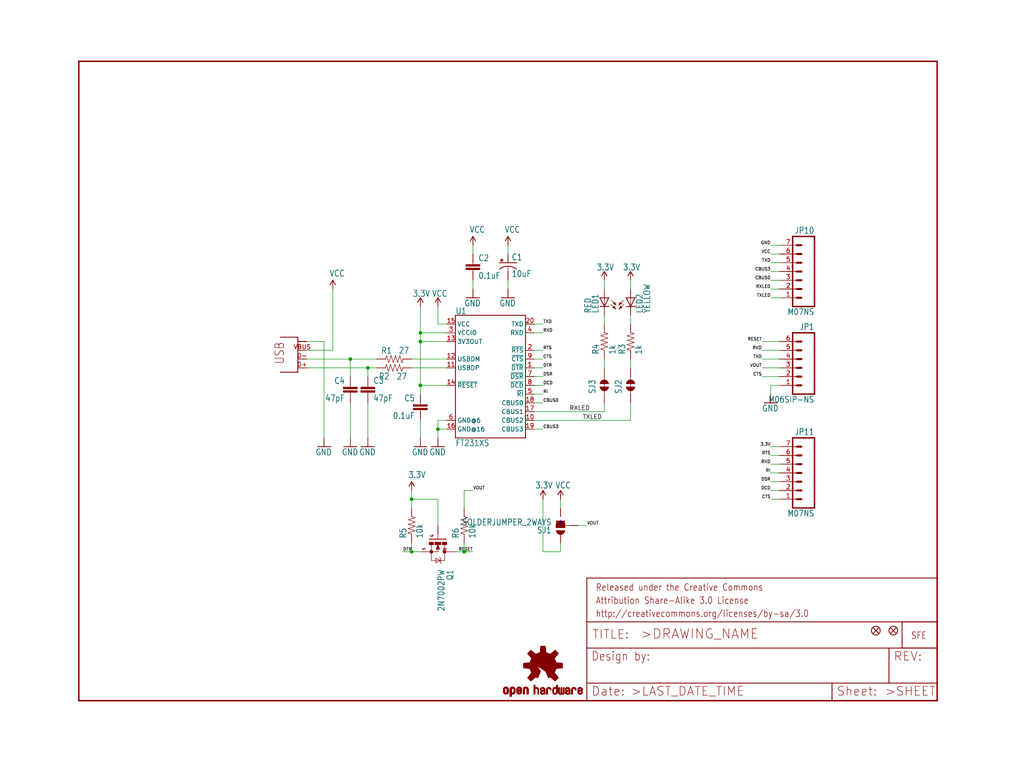
<source format=kicad_sch>
(kicad_sch (version 20211123) (generator eeschema)
  (paper "User" 297.002 223.926)
  (lib_symbols
    (symbol "eagleSchem-eagle-import:3.3V" (power)
      (property "Value" "3.3V" (at -1.016 3.556 0))
      (symbol "3.3V_1_0"
        (pin power_in line (at 0 0 90) (length 2.54) (name "3.3V") (number "1"))
      )
    )
    (symbol "eagleSchem-eagle-import:CAP0402-CAP"
      (property "Reference" "C" (at 1.524 2.921 0))
      (property "Value" "CAP0402-CAP" (at 1.524 -2.159 0))
      (symbol "CAP0402-CAP_1_0"
        (pin passive line (at 0 5.08 270) (length 2.54) (name "1") (number "1"))
        (pin passive line (at 0 -2.54 90) (length 2.54) (name "2") (number "2"))
      )
    )
    (symbol "eagleSchem-eagle-import:CAP_POL1206"
      (property "Reference" "C" (at 1.016 0.635 0))
      (property "Value" "CAP_POL1206" (at 1.016 -4.191 0))
      (symbol "CAP_POL1206_1_0"
        (pin passive line (at 0 2.54 270) (length 2.54) (name "+") (number "A"))
        (pin passive line (at 0 -5.08 90) (length 2.54) (name "-") (number "C"))
      )
    )
    (symbol "eagleSchem-eagle-import:FIDUCIALUFIDUCIAL")
    (symbol "eagleSchem-eagle-import:FRAME-LETTER"
      (symbol "FRAME-LETTER_2_0"
        (text ">DRAWING_NAME" (at 15.494 17.78 0) (effects (font (size 2.7432 2.7432)) (justify left bottom)))
        (text ">LAST_DATE_TIME" (at 12.7 1.27 0) (effects (font (size 2.54 2.54)) (justify left bottom)))
        (text ">SHEET" (at 86.36 1.27 0) (effects (font (size 2.54 2.54)) (justify left bottom)))
        (text "Attribution Share-Alike 3.0 License" (at 2.54 27.94 0) (effects (font (size 1.9304 1.6408)) (justify left bottom)))
        (text "Date:" (at 1.27 1.27 0) (effects (font (size 2.54 2.54)) (justify left bottom)))
        (text "Design by:" (at 1.27 11.43 0) (effects (font (size 2.54 2.159)) (justify left bottom)))
        (text "http://creativecommons.org/licenses/by-sa/3.0" (at 2.54 24.13 0) (effects (font (size 1.9304 1.6408)) (justify left bottom)))
        (text "Released under the Creative Commons" (at 2.54 31.75 0) (effects (font (size 1.9304 1.6408)) (justify left bottom)))
        (text "REV:" (at 88.9 11.43 0) (effects (font (size 2.54 2.54)) (justify left bottom)))
        (text "Sheet:" (at 72.39 1.27 0) (effects (font (size 2.54 2.54)) (justify left bottom)))
        (text "TITLE:" (at 1.524 17.78 0) (effects (font (size 2.54 2.54)) (justify left bottom)))
      )
    )
    (symbol "eagleSchem-eagle-import:FT231XS"
      (property "Reference" "U" (at -10.16 18.034 0))
      (property "Value" "FT231XS" (at -10.16 -18.288 0))
      (symbol "FT231XS_1_0"
        (pin bidirectional line (at 12.7 2.54 180) (length 2.54) (name "~{DTR}") (number "1"))
        (pin bidirectional line (at 12.7 -12.7 180) (length 2.54) (name "CBUS2") (number "10"))
        (pin bidirectional line (at -12.7 2.54 0) (length 2.54) (name "USBDP") (number "11"))
        (pin bidirectional line (at -12.7 5.08 0) (length 2.54) (name "USBDM") (number "12"))
        (pin bidirectional line (at -12.7 10.16 0) (length 2.54) (name "3V3OUT") (number "13"))
        (pin bidirectional line (at -12.7 -2.54 0) (length 2.54) (name "~{RESET}") (number "14"))
        (pin bidirectional line (at -12.7 15.24 0) (length 2.54) (name "VCC") (number "15"))
        (pin bidirectional line (at -12.7 -15.24 0) (length 2.54) (name "GND@16") (number "16"))
        (pin bidirectional line (at 12.7 -10.16 180) (length 2.54) (name "CBUS1") (number "17"))
        (pin bidirectional line (at 12.7 -7.62 180) (length 2.54) (name "CBUS0") (number "18"))
        (pin bidirectional line (at 12.7 -15.24 180) (length 2.54) (name "CBUS3") (number "19"))
        (pin bidirectional line (at 12.7 7.62 180) (length 2.54) (name "~{RTS}") (number "2"))
        (pin bidirectional line (at 12.7 15.24 180) (length 2.54) (name "TXD") (number "20"))
        (pin bidirectional line (at -12.7 12.7 0) (length 2.54) (name "VCCIO") (number "3"))
        (pin bidirectional line (at 12.7 12.7 180) (length 2.54) (name "RXD") (number "4"))
        (pin bidirectional line (at 12.7 -5.08 180) (length 2.54) (name "~{RI}") (number "5"))
        (pin bidirectional line (at -12.7 -12.7 0) (length 2.54) (name "GND@6") (number "6"))
        (pin bidirectional line (at 12.7 0 180) (length 2.54) (name "~{DSR}") (number "7"))
        (pin bidirectional line (at 12.7 -2.54 180) (length 2.54) (name "~{DCD}") (number "8"))
        (pin bidirectional line (at 12.7 5.08 180) (length 2.54) (name "~{CTS}") (number "9"))
      )
    )
    (symbol "eagleSchem-eagle-import:GND" (power)
      (property "Value" "GND" (at -2.54 -2.54 0))
      (symbol "GND_1_0"
        (pin power_in line (at 0 2.54 270) (length 2.54) (name "GND") (number "1"))
      )
    )
    (symbol "eagleSchem-eagle-import:LED0603"
      (property "Reference" "LED" (at 3.556 -4.572 90))
      (property "Value" "LED0603" (at 5.715 -4.572 90))
      (symbol "LED0603_1_0"
        (pin passive line (at 0 2.54 270) (length 2.54) (name "A") (number "A"))
        (pin passive line (at 0 -5.08 90) (length 2.54) (name "C") (number "C"))
      )
    )
    (symbol "eagleSchem-eagle-import:LOGO-SFENW2"
      (symbol "LOGO-SFENW2_1_0"
        (text "SFE" (at 0 0 0) (effects (font (size 1.9304 1.6408)) (justify left bottom)))
      )
    )
    (symbol "eagleSchem-eagle-import:M06SIP-NS"
      (property "Reference" "JP" (at -5.08 10.922 0))
      (property "Value" "M06SIP-NS" (at -5.08 -10.16 0))
      (symbol "M06SIP-NS_1_0"
        (pin passive line (at 5.08 -5.08 180) (length 5.08) (name "1") (number "1"))
        (pin passive line (at 5.08 -2.54 180) (length 5.08) (name "2") (number "2"))
        (pin passive line (at 5.08 0 180) (length 5.08) (name "3") (number "3"))
        (pin passive line (at 5.08 2.54 180) (length 5.08) (name "4") (number "4"))
        (pin passive line (at 5.08 5.08 180) (length 5.08) (name "5") (number "5"))
        (pin passive line (at 5.08 7.62 180) (length 5.08) (name "6") (number "6"))
      )
    )
    (symbol "eagleSchem-eagle-import:M07NS"
      (property "Reference" "JP" (at -5.08 13.462 0))
      (property "Value" "M07NS" (at -5.08 -10.16 0))
      (symbol "M07NS_1_0"
        (pin passive line (at 5.08 -5.08 180) (length 5.08) (name "1") (number "1"))
        (pin passive line (at 5.08 -2.54 180) (length 5.08) (name "2") (number "2"))
        (pin passive line (at 5.08 0 180) (length 5.08) (name "3") (number "3"))
        (pin passive line (at 5.08 2.54 180) (length 5.08) (name "4") (number "4"))
        (pin passive line (at 5.08 5.08 180) (length 5.08) (name "5") (number "5"))
        (pin passive line (at 5.08 7.62 180) (length 5.08) (name "6") (number "6"))
        (pin passive line (at 5.08 10.16 180) (length 5.08) (name "7") (number "7"))
      )
    )
    (symbol "eagleSchem-eagle-import:MOSFET-NCHANNELSOT323"
      (property "Reference" "Q" (at 5.08 2.54 0))
      (property "Value" "MOSFET-NCHANNELSOT323" (at 5.08 0 0))
      (symbol "MOSFET-NCHANNELSOT323_1_0"
        (text "D" (at -1.27 2.54 0) (effects (font (size 0.8128 0.6908)) (justify left bottom)))
        (text "G" (at -5.08 -1.27 0) (effects (font (size 0.8128 0.6908)) (justify left bottom)))
        (text "S" (at -1.27 -3.556 0) (effects (font (size 0.8128 0.6908)) (justify left bottom)))
        (pin passive line (at -7.62 0 0) (length 2.54) (name "G") (number "1"))
        (pin passive line (at 0 -5.08 90) (length 2.54) (name "S") (number "2"))
        (pin passive line (at 0 5.08 270) (length 2.54) (name "D") (number "3"))
      )
    )
    (symbol "eagleSchem-eagle-import:OSHW-LOGOS")
    (symbol "eagleSchem-eagle-import:RESISTOR0402-RES"
      (property "Reference" "R" (at -3.81 1.4986 0))
      (property "Value" "RESISTOR0402-RES" (at -3.81 -3.302 0))
      (symbol "RESISTOR0402-RES_1_0"
        (pin passive line (at -5.08 0 0) (length 2.54) (name "1") (number "1"))
        (pin passive line (at 5.08 0 180) (length 2.54) (name "2") (number "2"))
      )
    )
    (symbol "eagleSchem-eagle-import:SOLDERJUMPERTRACE"
      (property "Reference" "SJ" (at -2.54 2.54 0))
      (property "Value" "SOLDERJUMPERTRACE" (at -2.54 -5.08 0))
      (symbol "SOLDERJUMPERTRACE_1_0"
        (pin passive line (at -5.08 0 0) (length 2.54) (name "1") (number "1"))
        (pin passive line (at 5.08 0 180) (length 2.54) (name "2") (number "2"))
      )
    )
    (symbol "eagleSchem-eagle-import:SOLDERJUMPER_2WAYS"
      (property "Reference" "SJ" (at 2.54 0.381 0))
      (property "Value" "SOLDERJUMPER_2WAYS" (at 2.54 -1.905 0))
      (symbol "SOLDERJUMPER_2WAYS_1_0"
        (pin passive line (at 0 5.08 270) (length 2.54) (name "1") (number "1"))
        (pin passive line (at -5.08 0 0) (length 2.54) (name "2") (number "2"))
        (pin passive line (at 0 -5.08 90) (length 2.54) (name "3") (number "3"))
      )
    )
    (symbol "eagleSchem-eagle-import:USB-MICROB"
      (symbol "USB-MICROB_1_0"
        (text "USB" (at 3.81 0 900) (effects (font (size 2.54 2.159)) (justify left bottom)))
        (pin bidirectional line (at -2.54 7.62 0) (length 2.54) (name "D+") (number "D+"))
        (pin bidirectional line (at -2.54 5.08 0) (length 2.54) (name "D-") (number "D-"))
        (pin bidirectional line (at -2.54 0 0) (length 2.54) (name "GND") (number "GND"))
        (pin bidirectional line (at -2.54 0 0) (length 2.54) (name "GND") (number "MT1"))
        (pin bidirectional line (at -2.54 0 0) (length 2.54) (name "GND") (number "MT2"))
        (pin bidirectional line (at -2.54 2.54 0) (length 2.54) (name "VBUS") (number "VBUS"))
      )
    )
    (symbol "eagleSchem-eagle-import:VCC" (power)
      (property "Value" "VCC" (at -1.016 3.556 0))
      (symbol "VCC_1_0"
        (pin power_in line (at 0 0 90) (length 2.54) (name "VCC") (number "1"))
      )
    )
  )
  (junction (at 134.62 160.02))
  (junction (at 121.92 96.52))
  (junction (at 119.38 160.02))
  (junction (at 106.68 106.68))
  (junction (at 119.38 144.78))
  (junction (at 127 124.46))
  (junction (at 121.92 99.06))
  (junction (at 121.92 111.76))
  (junction (at 101.6 104.14))
  (wire (pts (xy 106.68 106.68) (xy 88.9 106.68)))
  (wire (pts (xy 129.54 106.68) (xy 119.38 106.68)))
  (wire (pts (xy 154.94 96.52) (xy 157.48 96.52)))
  (wire (pts (xy 121.92 111.76) (xy 121.92 114.3)))
  (wire (pts (xy 129.54 99.06) (xy 121.92 99.06)))
  (wire (pts (xy 119.38 160.02) (xy 116.84 160.02)))
  (wire (pts (xy 226.06 106.68) (xy 220.98 106.68)))
  (wire (pts (xy 88.9 99.06) (xy 93.98 99.06)))
  (wire (pts (xy 154.94 93.98) (xy 157.48 93.98)))
  (wire (pts (xy 182.88 81.28) (xy 182.88 83.82)))
  (wire (pts (xy 101.6 127) (xy 101.6 116.84)))
  (wire (pts (xy 167.64 152.4) (xy 170.18 152.4)))
  (wire (pts (xy 226.06 83.82) (xy 223.52 83.82)))
  (wire (pts (xy 175.26 106.68) (xy 175.26 104.14)))
  (wire (pts (xy 154.94 104.14) (xy 157.48 104.14)))
  (wire (pts (xy 154.94 116.84) (xy 157.48 116.84)))
  (wire (pts (xy 127 121.92) (xy 127 124.46)))
  (wire (pts (xy 137.16 81.28) (xy 137.16 83.82)))
  (wire (pts (xy 162.56 144.78) (xy 162.56 147.32)))
  (wire (pts (xy 226.06 139.7) (xy 223.52 139.7)))
  (wire (pts (xy 226.06 76.2) (xy 223.52 76.2)))
  (wire (pts (xy 134.62 142.24) (xy 134.62 147.32)))
  (wire (pts (xy 154.94 109.22) (xy 157.48 109.22)))
  (wire (pts (xy 154.94 114.3) (xy 157.48 114.3)))
  (wire (pts (xy 109.22 106.68) (xy 106.68 106.68)))
  (wire (pts (xy 223.52 111.76) (xy 223.52 114.3)))
  (wire (pts (xy 162.56 160.02) (xy 157.48 160.02)))
  (wire (pts (xy 121.92 160.02) (xy 119.38 160.02)))
  (wire (pts (xy 226.06 78.74) (xy 223.52 78.74)))
  (wire (pts (xy 226.06 99.06) (xy 220.98 99.06)))
  (wire (pts (xy 226.06 104.14) (xy 220.98 104.14)))
  (wire (pts (xy 182.88 91.44) (xy 182.88 93.98)))
  (wire (pts (xy 106.68 127) (xy 106.68 116.84)))
  (polyline (pts (xy 182.88 112.522) (xy 182.88 110.998)))
  (wire (pts (xy 121.92 99.06) (xy 121.92 111.76)))
  (wire (pts (xy 134.62 142.24) (xy 137.16 142.24)))
  (wire (pts (xy 101.6 104.14) (xy 101.6 109.22)))
  (wire (pts (xy 129.54 93.98) (xy 127 93.98)))
  (wire (pts (xy 226.06 134.62) (xy 223.52 134.62)))
  (wire (pts (xy 129.54 96.52) (xy 121.92 96.52)))
  (wire (pts (xy 106.68 106.68) (xy 106.68 109.22)))
  (wire (pts (xy 175.26 81.28) (xy 175.26 83.82)))
  (wire (pts (xy 127 152.4) (xy 127 144.78)))
  (wire (pts (xy 96.52 101.6) (xy 96.52 83.82)))
  (wire (pts (xy 147.32 83.82) (xy 147.32 81.28)))
  (wire (pts (xy 226.06 129.54) (xy 223.52 129.54)))
  (wire (pts (xy 129.54 124.46) (xy 127 124.46)))
  (wire (pts (xy 226.06 144.78) (xy 223.52 144.78)))
  (wire (pts (xy 175.26 91.44) (xy 175.26 93.98)))
  (wire (pts (xy 134.62 160.02) (xy 137.16 160.02)))
  (wire (pts (xy 226.06 71.12) (xy 223.52 71.12)))
  (wire (pts (xy 226.06 132.08) (xy 223.52 132.08)))
  (wire (pts (xy 127 144.78) (xy 119.38 144.78)))
  (wire (pts (xy 121.92 96.52) (xy 121.92 88.9)))
  (wire (pts (xy 162.56 157.48) (xy 162.56 160.02)))
  (wire (pts (xy 226.06 142.24) (xy 223.52 142.24)))
  (wire (pts (xy 226.06 73.66) (xy 223.52 73.66)))
  (wire (pts (xy 182.88 121.92) (xy 182.88 116.84)))
  (wire (pts (xy 129.54 121.92) (xy 127 121.92)))
  (polyline (pts (xy 175.26 112.522) (xy 175.26 110.998)))
  (polyline (pts (xy 162.56 152.4) (xy 162.56 150.622)))
  (wire (pts (xy 88.9 101.6) (xy 96.52 101.6)))
  (wire (pts (xy 101.6 104.14) (xy 88.9 104.14)))
  (wire (pts (xy 109.22 104.14) (xy 101.6 104.14)))
  (wire (pts (xy 182.88 104.14) (xy 182.88 106.68)))
  (wire (pts (xy 129.54 111.76) (xy 121.92 111.76)))
  (wire (pts (xy 137.16 71.12) (xy 137.16 73.66)))
  (wire (pts (xy 129.54 104.14) (xy 119.38 104.14)))
  (wire (pts (xy 157.48 160.02) (xy 157.48 144.78)))
  (wire (pts (xy 154.94 121.92) (xy 182.88 121.92)))
  (wire (pts (xy 132.08 160.02) (xy 134.62 160.02)))
  (wire (pts (xy 175.26 119.38) (xy 175.26 116.84)))
  (wire (pts (xy 226.06 109.22) (xy 220.98 109.22)))
  (wire (pts (xy 119.38 144.78) (xy 119.38 147.32)))
  (wire (pts (xy 226.06 111.76) (xy 223.52 111.76)))
  (wire (pts (xy 154.94 124.46) (xy 157.48 124.46)))
  (wire (pts (xy 119.38 142.24) (xy 119.38 144.78)))
  (wire (pts (xy 154.94 111.76) (xy 157.48 111.76)))
  (wire (pts (xy 147.32 73.66) (xy 147.32 71.12)))
  (wire (pts (xy 226.06 101.6) (xy 220.98 101.6)))
  (wire (pts (xy 154.94 119.38) (xy 175.26 119.38)))
  (wire (pts (xy 121.92 127) (xy 121.92 121.92)))
  (wire (pts (xy 226.06 81.28) (xy 223.52 81.28)))
  (wire (pts (xy 134.62 160.02) (xy 134.62 157.48)))
  (wire (pts (xy 127 124.46) (xy 127 127)))
  (wire (pts (xy 119.38 160.02) (xy 119.38 157.48)))
  (wire (pts (xy 93.98 99.06) (xy 93.98 127)))
  (wire (pts (xy 226.06 86.36) (xy 223.52 86.36)))
  (wire (pts (xy 226.06 137.16) (xy 223.52 137.16)))
  (wire (pts (xy 127 93.98) (xy 127 88.9)))
  (wire (pts (xy 121.92 96.52) (xy 121.92 99.06)))
  (wire (pts (xy 154.94 106.68) (xy 157.48 106.68)))
  (wire (pts (xy 154.94 101.6) (xy 157.48 101.6)))
  (label "RI" (at 223.52 137.16 180) (effects (font (size 0.889 0.889))))
  (label "CBUS3" (at 157.48 124.46 0) (effects (font (size 0.889 0.889))))
  (label "DSR" (at 223.52 139.7 180) (effects (font (size 0.889 0.889))))
  (label "TXD" (at 157.48 93.98 0) (effects (font (size 0.889 0.889))))
  (label "RI" (at 157.48 114.3 0) (effects (font (size 0.889 0.889))))
  (label "RXD" (at 157.48 96.52 0) (effects (font (size 0.889 0.889))))
  (label "DTR" (at 116.84 160.02 0) (effects (font (size 0.889 0.889))))
  (label "VOUT" (at 220.98 106.68 180) (effects (font (size 0.889 0.889))))
  (label "CTS" (at 220.98 109.22 180) (effects (font (size 0.889 0.889))))
  (label "RTS" (at 157.48 101.6 0) (effects (font (size 0.889 0.889))))
  (label "CTS" (at 223.52 144.78 180) (effects (font (size 0.889 0.889))))
  (label "RESET" (at 220.98 99.06 180) (effects (font (size 0.889 0.889))))
  (label "RTS" (at 223.52 132.08 180) (effects (font (size 0.889 0.889))))
  (label "RXD" (at 223.52 134.62 180) (effects (font (size 0.889 0.889))))
  (label "TXD" (at 220.98 104.14 180) (effects (font (size 0.889 0.889))))
  (label "CBUS0" (at 223.52 81.28 180) (effects (font (size 0.889 0.889))))
  (label "RXD" (at 220.98 101.6 180) (effects (font (size 0.889 0.889))))
  (label "RXLED" (at 223.52 83.82 180) (effects (font (size 0.889 0.889))))
  (label "DCD" (at 223.52 142.24 180) (effects (font (size 0.889 0.889))))
  (label "VCC" (at 223.52 73.66 180) (effects (font (size 0.889 0.889))))
  (label "3.3V" (at 223.52 129.54 180) (effects (font (size 0.889 0.889))))
  (label "TXLED" (at 168.91 121.92 0) (effects (font (size 1.2446 1.2446))))
  (label "GND" (at 223.52 71.12 180) (effects (font (size 0.889 0.889))))
  (label "DTR" (at 157.48 106.68 0) (effects (font (size 0.889 0.889))))
  (label "VOUT" (at 170.18 152.4 0) (effects (font (size 0.889 0.889))))
  (label "CBUS0" (at 157.48 116.84 0) (effects (font (size 0.889 0.889))))
  (label "CBUS3" (at 223.52 78.74 180) (effects (font (size 0.889 0.889))))
  (label "RXLED" (at 165.1 119.38 0) (effects (font (size 1.2446 1.2446))))
  (label "RESET" (at 137.16 160.02 180) (effects (font (size 0.889 0.889))))
  (label "DCD" (at 157.48 111.76 0) (effects (font (size 0.889 0.889))))
  (label "DSR" (at 157.48 109.22 0) (effects (font (size 0.889 0.889))))
  (label "CTS" (at 157.48 104.14 0) (effects (font (size 0.889 0.889))))
  (label "TXLED" (at 223.52 86.36 180) (effects (font (size 0.889 0.889))))
  (label "VOUT" (at 137.16 142.24 0) (effects (font (size 0.889 0.889))))
  (label "TXD" (at 223.52 76.2 180) (effects (font (size 0.889 0.889))))
  (symbol (lib_id "eagleSchem-eagle-import:GND") (at 223.52 116.84 0) (unit 1)
    (property "Reference" "#GND8" (effects hide))
    (property "Value" "GND" (at 220.98 119.38 0) (effects (font (size 1.778 1.5113)) (justify left bottom)))
    (property "Footprint" "eagleSchem:" (effects hide))
  )
  (symbol (lib_id "eagleSchem-eagle-import:GND") (at 106.68 129.54 0) (unit 1)
    (property "Reference" "#GND2" (effects hide))
    (property "Value" "GND" (at 104.14 132.08 0) (effects (font (size 1.778 1.5113)) (justify left bottom)))
    (property "Footprint" "eagleSchem:" (effects hide))
  )
  (symbol (lib_id "eagleSchem-eagle-import:USB-MICROB") (at 86.36 99.06 180) (unit 1)
    (property "Reference" "X1" (effects hide))
    (property "Value" "USB-MICROB" (effects hide))
    (property "Footprint" "eagleSchem:USB-MICROB" (effects hide))
  )
  (symbol (lib_id "eagleSchem-eagle-import:VCC") (at 147.32 71.12 0) (unit 1)
    (property "Reference" "#P+4" (effects hide))
    (property "Value" "VCC" (at 146.304 67.564 0) (effects (font (size 1.778 1.5113)) (justify left bottom)))
    (property "Footprint" "eagleSchem:" (effects hide))
  )
  (symbol (lib_id "eagleSchem-eagle-import:3.3V") (at 121.92 88.9 0) (unit 1)
    (property "Reference" "#P+5" (effects hide))
    (property "Value" "3.3V" (at 119.634 86.106 0) (effects (font (size 1.778 1.5113)) (justify left bottom)))
    (property "Footprint" "eagleSchem:" (effects hide))
  )
  (symbol (lib_id "eagleSchem-eagle-import:GND") (at 101.6 129.54 0) (unit 1)
    (property "Reference" "#GND1" (effects hide))
    (property "Value" "GND" (at 99.06 132.08 0) (effects (font (size 1.778 1.5113)) (justify left bottom)))
    (property "Footprint" "eagleSchem:" (effects hide))
  )
  (symbol (lib_id "eagleSchem-eagle-import:VCC") (at 137.16 71.12 0) (unit 1)
    (property "Reference" "#P+3" (effects hide))
    (property "Value" "VCC" (at 136.144 67.564 0) (effects (font (size 1.778 1.5113)) (justify left bottom)))
    (property "Footprint" "eagleSchem:" (effects hide))
  )
  (symbol (lib_id "eagleSchem-eagle-import:RESISTOR0402-RES") (at 119.38 152.4 90) (unit 1)
    (property "Reference" "R5" (at 117.8814 156.21 0) (effects (font (size 1.778 1.5113)) (justify left bottom)))
    (property "Value" "10k" (at 122.682 156.21 0) (effects (font (size 1.778 1.5113)) (justify left bottom)))
    (property "Footprint" "eagleSchem:0402-RES" (effects hide))
  )
  (symbol (lib_id "eagleSchem-eagle-import:MOSFET-NCHANNELSOT323") (at 127 160.02 270) (unit 1)
    (property "Reference" "Q1" (at 129.54 165.1 0) (effects (font (size 1.778 1.5113)) (justify left bottom)))
    (property "Value" "2N7002PW" (at 127 165.1 0) (effects (font (size 1.778 1.5113)) (justify left bottom)))
    (property "Footprint" "eagleSchem:SOT323" (effects hide))
  )
  (symbol (lib_id "eagleSchem-eagle-import:CAP0402-CAP") (at 101.6 114.3 0) (mirror y) (unit 1)
    (property "Reference" "C4" (at 100.076 111.379 0) (effects (font (size 1.778 1.5113)) (justify left bottom)))
    (property "Value" "47pF" (at 100.076 116.459 0) (effects (font (size 1.778 1.5113)) (justify left bottom)))
    (property "Footprint" "eagleSchem:0402-CAP" (effects hide))
  )
  (symbol (lib_id "eagleSchem-eagle-import:VCC") (at 162.56 144.78 0) (unit 1)
    (property "Reference" "#P+6" (effects hide))
    (property "Value" "VCC" (at 161.036 141.732 0) (effects (font (size 1.778 1.5113)) (justify left bottom)))
    (property "Footprint" "eagleSchem:" (effects hide))
  )
  (symbol (lib_id "eagleSchem-eagle-import:3.3V") (at 157.48 144.78 0) (unit 1)
    (property "Reference" "#P+7" (effects hide))
    (property "Value" "3.3V" (at 155.194 141.732 0) (effects (font (size 1.778 1.5113)) (justify left bottom)))
    (property "Footprint" "eagleSchem:" (effects hide))
  )
  (symbol (lib_id "eagleSchem-eagle-import:LED0603") (at 175.26 86.36 0) (mirror y) (unit 1)
    (property "Reference" "LED1" (at 171.704 90.932 90) (effects (font (size 1.778 1.5113)) (justify left bottom)))
    (property "Value" "RED" (at 169.545 90.932 90) (effects (font (size 1.778 1.5113)) (justify left bottom)))
    (property "Footprint" "eagleSchem:LED-0603" (effects hide))
  )
  (symbol (lib_id "eagleSchem-eagle-import:3.3V") (at 119.38 142.24 0) (unit 1)
    (property "Reference" "#P+10" (effects hide))
    (property "Value" "3.3V" (at 118.364 138.684 0) (effects (font (size 1.778 1.5113)) (justify left bottom)))
    (property "Footprint" "eagleSchem:" (effects hide))
  )
  (symbol (lib_id "eagleSchem-eagle-import:FT231XS") (at 142.24 109.22 0) (unit 1)
    (property "Reference" "U1" (at 132.08 91.186 0) (effects (font (size 1.778 1.5113)) (justify left bottom)))
    (property "Value" "FT231XS" (at 132.08 127.508 0) (effects (font (size 1.778 1.5113)) (justify left top)))
    (property "Footprint" "eagleSchem:SSOP20_L" (effects hide))
  )
  (symbol (lib_id "eagleSchem-eagle-import:SOLDERJUMPER_2WAYS") (at 162.56 152.4 180) (unit 1)
    (property "Reference" "SJ1" (at 160.02 152.781 0) (effects (font (size 1.778 1.5113)) (justify left bottom)))
    (property "Value" "SOLDERJUMPER_2WAYS" (at 160.02 150.495 0) (effects (font (size 1.778 1.5113)) (justify left bottom)))
    (property "Footprint" "eagleSchem:SJ_3" (effects hide))
  )
  (symbol (lib_id "eagleSchem-eagle-import:RESISTOR0402-RES") (at 114.3 106.68 180) (unit 1)
    (property "Reference" "R2" (at 113.03 108.1786 0) (effects (font (size 1.778 1.5113)) (justify left bottom)))
    (property "Value" "27" (at 118.11 108.204 0) (effects (font (size 1.778 1.5113)) (justify left bottom)))
    (property "Footprint" "eagleSchem:0402-RES" (effects hide))
  )
  (symbol (lib_id "eagleSchem-eagle-import:RESISTOR0402-RES") (at 175.26 99.06 90) (unit 1)
    (property "Reference" "R4" (at 173.7614 102.87 0) (effects (font (size 1.778 1.5113)) (justify left bottom)))
    (property "Value" "1k" (at 178.562 102.87 0) (effects (font (size 1.778 1.5113)) (justify left bottom)))
    (property "Footprint" "eagleSchem:0402-RES" (effects hide))
  )
  (symbol (lib_id "eagleSchem-eagle-import:CAP0402-CAP") (at 121.92 119.38 0) (mirror y) (unit 1)
    (property "Reference" "C5" (at 120.396 116.459 0) (effects (font (size 1.778 1.5113)) (justify left bottom)))
    (property "Value" "0.1uF" (at 120.396 121.539 0) (effects (font (size 1.778 1.5113)) (justify left bottom)))
    (property "Footprint" "eagleSchem:0402-CAP" (effects hide))
  )
  (symbol (lib_id "eagleSchem-eagle-import:GND") (at 137.16 86.36 0) (unit 1)
    (property "Reference" "#GND6" (effects hide))
    (property "Value" "GND" (at 134.62 88.9 0) (effects (font (size 1.778 1.5113)) (justify left bottom)))
    (property "Footprint" "eagleSchem:" (effects hide))
  )
  (symbol (lib_id "eagleSchem-eagle-import:VCC") (at 96.52 83.82 0) (unit 1)
    (property "Reference" "#P+1" (effects hide))
    (property "Value" "VCC" (at 95.504 80.264 0) (effects (font (size 1.778 1.5113)) (justify left bottom)))
    (property "Footprint" "eagleSchem:" (effects hide))
  )
  (symbol (lib_id "eagleSchem-eagle-import:RESISTOR0402-RES") (at 134.62 152.4 90) (unit 1)
    (property "Reference" "R6" (at 133.1214 156.21 0) (effects (font (size 1.778 1.5113)) (justify left bottom)))
    (property "Value" "10k" (at 137.922 156.21 0) (effects (font (size 1.778 1.5113)) (justify left bottom)))
    (property "Footprint" "eagleSchem:0402-RES" (effects hide))
  )
  (symbol (lib_id "eagleSchem-eagle-import:CAP_POL1206") (at 147.32 76.2 0) (unit 1)
    (property "Reference" "C1" (at 148.336 75.565 0) (effects (font (size 1.778 1.5113)) (justify left bottom)))
    (property "Value" "10uF" (at 148.336 80.391 0) (effects (font (size 1.778 1.5113)) (justify left bottom)))
    (property "Footprint" "eagleSchem:EIA3216" (effects hide))
  )
  (symbol (lib_id "eagleSchem-eagle-import:FIDUCIALUFIDUCIAL") (at 259.08 182.88 0) (unit 1)
    (property "Reference" "JP3" (effects hide))
    (property "Value" "FIDUCIALUFIDUCIAL" (effects hide))
    (property "Footprint" "eagleSchem:MICRO-FIDUCIAL" (effects hide))
  )
  (symbol (lib_id "eagleSchem-eagle-import:GND") (at 93.98 129.54 0) (unit 1)
    (property "Reference" "#GND4" (effects hide))
    (property "Value" "GND" (at 91.44 132.08 0) (effects (font (size 1.778 1.5113)) (justify left bottom)))
    (property "Footprint" "eagleSchem:" (effects hide))
  )
  (symbol (lib_id "eagleSchem-eagle-import:FRAME-LETTER") (at 170.18 203.2 0) (unit 2)
    (property "Reference" "FRAME1" (effects hide))
    (property "Value" "FRAME-LETTER" (effects hide))
    (property "Footprint" "eagleSchem:CREATIVE_COMMONS" (effects hide))
  )
  (symbol (lib_id "eagleSchem-eagle-import:M07NS") (at 231.14 139.7 0) (mirror y) (unit 1)
    (property "Reference" "JP11" (at 236.22 126.238 0) (effects (font (size 1.778 1.5113)) (justify left bottom)))
    (property "Value" "M07NS" (at 236.22 149.86 0) (effects (font (size 1.778 1.5113)) (justify left bottom)))
    (property "Footprint" "eagleSchem:1X07_NS" (effects hide))
  )
  (symbol (lib_id "eagleSchem-eagle-import:OSHW-LOGOS") (at 157.48 193.04 0) (unit 1)
    (property "Reference" "U$1" (effects hide))
    (property "Value" "OSHW-LOGOS" (effects hide))
    (property "Footprint" "eagleSchem:OSHW-LOGO-S" (effects hide))
  )
  (symbol (lib_id "eagleSchem-eagle-import:FRAME-LETTER") (at 22.86 203.2 0) (unit 1)
    (property "Reference" "FRAME1" (effects hide))
    (property "Value" "FRAME-LETTER" (effects hide))
    (property "Footprint" "eagleSchem:CREATIVE_COMMONS" (effects hide))
  )
  (symbol (lib_id "eagleSchem-eagle-import:CAP0402-CAP") (at 137.16 78.74 0) (unit 1)
    (property "Reference" "C2" (at 138.684 75.819 0) (effects (font (size 1.778 1.5113)) (justify left bottom)))
    (property "Value" "0.1uF" (at 138.684 80.899 0) (effects (font (size 1.778 1.5113)) (justify left bottom)))
    (property "Footprint" "eagleSchem:0402-CAP" (effects hide))
  )
  (symbol (lib_id "eagleSchem-eagle-import:LED0603") (at 182.88 86.36 0) (unit 1)
    (property "Reference" "LED2" (at 186.436 90.932 90) (effects (font (size 1.778 1.5113)) (justify left bottom)))
    (property "Value" "YELLOW" (at 188.595 90.932 90) (effects (font (size 1.778 1.5113)) (justify left bottom)))
    (property "Footprint" "eagleSchem:LED-0603" (effects hide))
  )
  (symbol (lib_id "eagleSchem-eagle-import:CAP0402-CAP") (at 106.68 114.3 0) (unit 1)
    (property "Reference" "C3" (at 108.204 111.379 0) (effects (font (size 1.778 1.5113)) (justify left bottom)))
    (property "Value" "47pF" (at 108.204 116.459 0) (effects (font (size 1.778 1.5113)) (justify left bottom)))
    (property "Footprint" "eagleSchem:0402-CAP" (effects hide))
  )
  (symbol (lib_id "eagleSchem-eagle-import:SOLDERJUMPERTRACE") (at 182.88 111.76 90) (unit 1)
    (property "Reference" "SJ2" (at 180.34 114.3 0) (effects (font (size 1.778 1.5113)) (justify left bottom)))
    (property "Value" "TXLED" (effects hide))
    (property "Footprint" "eagleSchem:SJ_2S-TRACE" (effects hide))
  )
  (symbol (lib_id "eagleSchem-eagle-import:RESISTOR0402-RES") (at 114.3 104.14 0) (unit 1)
    (property "Reference" "R1" (at 110.49 102.6414 0) (effects (font (size 1.778 1.5113)) (justify left bottom)))
    (property "Value" "27" (at 115.57 102.616 0) (effects (font (size 1.778 1.5113)) (justify left bottom)))
    (property "Footprint" "eagleSchem:0402-RES" (effects hide))
  )
  (symbol (lib_id "eagleSchem-eagle-import:SOLDERJUMPERTRACE") (at 175.26 111.76 90) (unit 1)
    (property "Reference" "SJ3" (at 172.72 114.3 0) (effects (font (size 1.778 1.5113)) (justify left bottom)))
    (property "Value" "RXLED" (effects hide))
    (property "Footprint" "eagleSchem:SJ_2S-TRACE" (effects hide))
  )
  (symbol (lib_id "eagleSchem-eagle-import:LOGO-SFENW2") (at 264.16 185.42 0) (unit 1)
    (property "Reference" "JP2" (effects hide))
    (property "Value" "LOGO-SFENW2" (effects hide))
    (property "Footprint" "eagleSchem:SFE-NEW-WEB" (effects hide))
  )
  (symbol (lib_id "eagleSchem-eagle-import:3.3V") (at 182.88 81.28 0) (unit 1)
    (property "Reference" "#P+8" (effects hide))
    (property "Value" "3.3V" (at 180.594 78.486 0) (effects (font (size 1.778 1.5113)) (justify left bottom)))
    (property "Footprint" "eagleSchem:" (effects hide))
  )
  (symbol (lib_id "eagleSchem-eagle-import:M06SIP-NS") (at 231.14 106.68 0) (mirror y) (unit 1)
    (property "Reference" "JP1" (at 236.22 95.758 0) (effects (font (size 1.778 1.5113)) (justify left bottom)))
    (property "Value" "M06SIP-NS" (at 236.22 116.84 0) (effects (font (size 1.778 1.5113)) (justify left bottom)))
    (property "Footprint" "eagleSchem:1X06_NS" (effects hide))
  )
  (symbol (lib_id "eagleSchem-eagle-import:RESISTOR0402-RES") (at 182.88 99.06 90) (unit 1)
    (property "Reference" "R3" (at 181.3814 102.87 0) (effects (font (size 1.778 1.5113)) (justify left bottom)))
    (property "Value" "1k" (at 186.182 102.87 0) (effects (font (size 1.778 1.5113)) (justify left bottom)))
    (property "Footprint" "eagleSchem:0402-RES" (effects hide))
  )
  (symbol (lib_id "eagleSchem-eagle-import:M07NS") (at 231.14 81.28 0) (mirror y) (unit 1)
    (property "Reference" "JP10" (at 236.22 67.818 0) (effects (font (size 1.778 1.5113)) (justify left bottom)))
    (property "Value" "M07NS" (at 236.22 91.44 0) (effects (font (size 1.778 1.5113)) (justify left bottom)))
    (property "Footprint" "eagleSchem:1X07_NS" (effects hide))
  )
  (symbol (lib_id "eagleSchem-eagle-import:GND") (at 127 129.54 0) (unit 1)
    (property "Reference" "#GND3" (effects hide))
    (property "Value" "GND" (at 124.46 132.08 0) (effects (font (size 1.778 1.5113)) (justify left bottom)))
    (property "Footprint" "eagleSchem:" (effects hide))
  )
  (symbol (lib_id "eagleSchem-eagle-import:GND") (at 147.32 86.36 0) (unit 1)
    (property "Reference" "#GND7" (effects hide))
    (property "Value" "GND" (at 144.78 88.9 0) (effects (font (size 1.778 1.5113)) (justify left bottom)))
    (property "Footprint" "eagleSchem:" (effects hide))
  )
  (symbol (lib_id "eagleSchem-eagle-import:3.3V") (at 175.26 81.28 0) (unit 1)
    (property "Reference" "#P+9" (effects hide))
    (property "Value" "3.3V" (at 172.974 78.486 0) (effects (font (size 1.778 1.5113)) (justify left bottom)))
    (property "Footprint" "eagleSchem:" (effects hide))
  )
  (symbol (lib_id "eagleSchem-eagle-import:FIDUCIALUFIDUCIAL") (at 254 182.88 0) (unit 1)
    (property "Reference" "JP4" (effects hide))
    (property "Value" "FIDUCIALUFIDUCIAL" (effects hide))
    (property "Footprint" "eagleSchem:MICRO-FIDUCIAL" (effects hide))
  )
  (symbol (lib_id "eagleSchem-eagle-import:GND") (at 121.92 129.54 0) (unit 1)
    (property "Reference" "#GND5" (effects hide))
    (property "Value" "GND" (at 119.38 132.08 0) (effects (font (size 1.778 1.5113)) (justify left bottom)))
    (property "Footprint" "eagleSchem:" (effects hide))
  )
  (symbol (lib_id "eagleSchem-eagle-import:VCC") (at 127 88.9 0) (unit 1)
    (property "Reference" "#P+2" (effects hide))
    (property "Value" "VCC" (at 125.222 86.106 0) (effects (font (size 1.778 1.5113)) (justify left bottom)))
    (property "Footprint" "eagleSchem:" (effects hide))
  )
)
</source>
